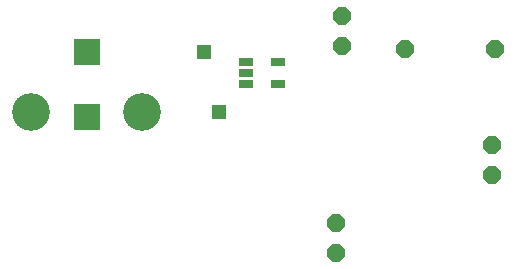
<source format=gts>
G75*
%MOIN*%
%OFA0B0*%
%FSLAX25Y25*%
%IPPOS*%
%LPD*%
%AMOC8*
5,1,8,0,0,1.08239X$1,22.5*
%
%ADD10R,0.05131X0.03162*%
%ADD11OC8,0.06000*%
%ADD12R,0.09068X0.09068*%
%ADD13C,0.12611*%
%ADD14R,0.04762X0.04762*%
D10*
X0094016Y0090260D03*
X0094016Y0090260D03*
X0094016Y0094000D03*
X0094016Y0097740D03*
X0104646Y0097740D03*
X0104646Y0090260D03*
D11*
X0124000Y0034000D03*
X0124000Y0044000D03*
X0176000Y0060000D03*
X0176000Y0070000D03*
X0177000Y0102000D03*
X0147000Y0102000D03*
X0126000Y0103000D03*
X0126000Y0113000D03*
D12*
X0041000Y0100827D03*
X0041000Y0079173D03*
D13*
X0022496Y0080984D03*
X0059504Y0080984D03*
D14*
X0085000Y0081000D03*
X0080000Y0101000D03*
M02*

</source>
